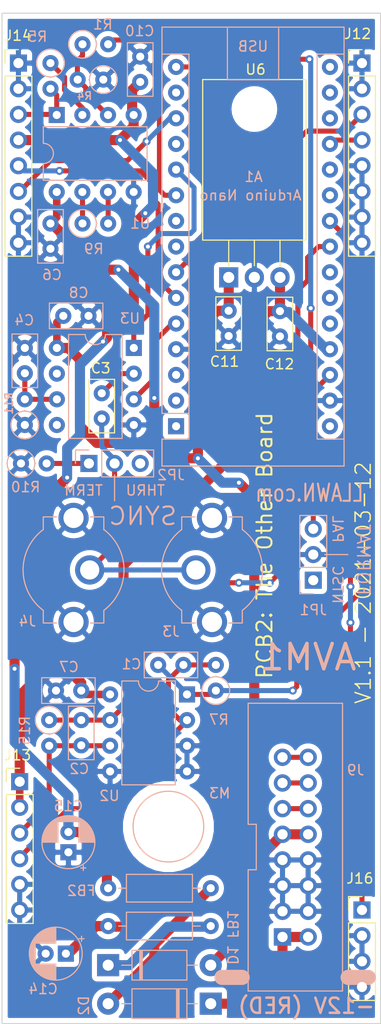
<source format=kicad_pcb>
(kicad_pcb (version 20171130) (host pcbnew "(5.1.2-1)-1")
  (layers (0 F.Cu signal) (31 B.Cu signal) (34 B.Paste user) (35 F.Paste user) (36 B.SilkS user) (37 F.SilkS user) (38 B.Mask user) (39 F.Mask user) (44 Edge.Cuts user))
  (net 0 "")
  (net 1 "Net-(A1-Pad16)")
  (net 2 "Net-(A1-Pad30)")
  (net 3 "Net-(A1-Pad14)")
  (net 4 GND)
  (net 5 "Net-(A1-Pad12)")
  (net 6 +5V)
  (net 7 C_SYNC)
  (net 8 "Net-(A1-Pad26)")
  (net 9 VIDEO)
  (net 10 "Net-(A1-Pad25)")
  (net 11 "Net-(A1-Pad9)")
  (net 12 "Net-(A1-Pad24)")
  (net 13 "Net-(A1-Pad8)")
  (net 14 Y_CV)
  (net 15 X_CV)
  (net 16 "Net-(A1-Pad21)")
  (net 17 V_SYNC)
  (net 18 "Net-(A1-Pad20)")
  (net 19 "Net-(A1-Pad3)")
  (net 20 "Net-(A1-Pad18)")
  (net 21 "Net-(A1-Pad2)")
  (net 22 "Net-(A1-Pad17)")
  (net 23 "Net-(A1-Pad1)")
  (net 24 +12V)
  (net 25 -12V)
  (net 26 "Net-(D1-Pad2)")
  (net 27 "Net-(D1-Pad1)")
  (net 28 "Net-(D2-Pad2)")
  (net 29 "Net-(D2-Pad1)")
  (net 30 "Net-(J9-Pad15)")
  (net 31 "Net-(J9-Pad13)")
  (net 32 "Net-(J9-Pad11)")
  (net 33 "Net-(R1-Pad1)")
  (net 34 "Net-(R9-Pad1)")
  (net 35 "Net-(R9-Pad2)")
  (net 36 "Net-(R5-Pad1)")
  (net 37 "Net-(C3-Pad2)")
  (net 38 "Net-(C3-Pad1)")
  (net 39 "Net-(C4-Pad2)")
  (net 40 "Net-(JP2-Pad3)")
  (net 41 "Net-(JP2-Pad1)")
  (net 42 "Net-(U3-Pad7)")
  (net 43 "Net-(U3-Pad5)")
  (net 44 "Net-(JP1-Pad1)")
  (net 45 "Net-(A1-Pad15)")
  (net 46 /back_C)
  (net 47 /back_D)
  (net 48 /back_B)
  (net 49 /back_E)
  (net 50 /back_G)
  (net 51 /back_F)
  (net 52 /back_A)
  (net 53 /back_H)
  (module jwm_kicad_footprints_misc:MountingHole_3.2mm_M3_9mm_cleared (layer B.Cu) (at 46.482 95.504)
    (fp_text reference M3 (at 5.08 -3.302) (layer B.SilkS) (effects (justify mirror)))
    (fp_text value MountingHole_3.2mm_M3_9mm_cleared)
    (pad "" np_thru_hole circle (at 0 0) (size 3.2 3.2) (drill 3.2) (layers *.Cu *.Mask) (clearance 2.9))
  )
  (module Connector_PinHeader_2.54mm:PinHeader_1x06_P2.54mm_Vertical (layer F.Cu) (at 31.75 91.059)
    (fp_text reference J13 (at -0.2032 -2.6162) (layer F.SilkS))
    (fp_text value Conn_01x06)
    (pad 6 thru_hole oval (at 0 12.7) (size 1.7 1.7) (drill 1) (layers *.Cu *.Mask) (net 4 GND))
    (pad 5 thru_hole oval (at 0 10.16) (size 1.7 1.7) (drill 1) (layers *.Cu *.Mask) (net 4 GND))
    (pad 4 thru_hole oval (at 0 7.62) (size 1.7 1.7) (drill 1) (layers *.Cu *.Mask) (net 50 /back_G))
    (pad 3 thru_hole oval (at 0 5.08) (size 1.7 1.7) (drill 1) (layers *.Cu *.Mask) (net 51 /back_F))
    (pad 2 thru_hole oval (at 0 2.54) (size 1.7 1.7) (drill 1) (layers *.Cu *.Mask) (net 6 +5V))
    (pad 1 thru_hole rect (at 0 0) (size 1.7 1.7) (drill 1) (layers *.Cu *.Mask) (net 6 +5V))
  )
  (module Connector_PinHeader_2.54mm:PinHeader_1x04_P2.54mm_Vertical (layer F.Cu) (at 65.659 103.759)
    (fp_text reference J16 (at -0.2032 -3.1242) (layer F.SilkS))
    (fp_text value Conn_01x04)
    (pad 4 thru_hole oval (at 0 7.62) (size 1.7 1.7) (drill 1) (layers *.Cu *.Mask) (net 4 GND))
    (pad 3 thru_hole oval (at 0 5.08) (size 1.7 1.7) (drill 1) (layers *.Cu *.Mask) (net 4 GND))
    (pad 2 thru_hole oval (at 0 2.54) (size 1.7 1.7) (drill 1) (layers *.Cu *.Mask) (net 4 GND))
    (pad 1 thru_hole rect (at 0 0) (size 1.7 1.7) (drill 1) (layers *.Cu *.Mask) (net 53 /back_H))
  )
  (module Connector_PinHeader_2.54mm:PinHeader_1x08_P2.54mm_Vertical (layer F.Cu) (at 31.623 19.939)
    (fp_text reference J14 (at -0.0254 -2.7178) (layer F.SilkS))
    (fp_text value Conn_01x08)
    (pad 8 thru_hole oval (at 0 17.78) (size 1.7 1.7) (drill 1) (layers *.Cu *.Mask) (net 4 GND))
    (pad 7 thru_hole oval (at 0 15.24) (size 1.7 1.7) (drill 1) (layers *.Cu *.Mask) (net 4 GND))
    (pad 6 thru_hole oval (at 0 12.7) (size 1.7 1.7) (drill 1) (layers *.Cu *.Mask) (net 46 /back_C))
    (pad 5 thru_hole oval (at 0 10.16) (size 1.7 1.7) (drill 1) (layers *.Cu *.Mask) (net 48 /back_B))
    (pad 4 thru_hole oval (at 0 7.62) (size 1.7 1.7) (drill 1) (layers *.Cu *.Mask) (net 25 -12V))
    (pad 3 thru_hole oval (at 0 5.08) (size 1.7 1.7) (drill 1) (layers *.Cu *.Mask) (net 52 /back_A))
    (pad 2 thru_hole oval (at 0 2.54) (size 1.7 1.7) (drill 1) (layers *.Cu *.Mask) (net 4 GND))
    (pad 1 thru_hole rect (at 0 0) (size 1.7 1.7) (drill 1) (layers *.Cu *.Mask) (net 4 GND))
  )
  (module Connector_PinHeader_2.54mm:PinHeader_1x08_P2.54mm_Vertical (layer F.Cu) (at 65.659 19.939)
    (fp_text reference J12 (at -0.4318 -2.8956) (layer F.SilkS))
    (fp_text value Conn_01x08)
    (pad 8 thru_hole oval (at 0 17.78) (size 1.7 1.7) (drill 1) (layers *.Cu *.Mask) (net 4 GND))
    (pad 7 thru_hole oval (at 0 15.24) (size 1.7 1.7) (drill 1) (layers *.Cu *.Mask) (net 4 GND))
    (pad 6 thru_hole oval (at 0 12.7) (size 1.7 1.7) (drill 1) (layers *.Cu *.Mask) (net 4 GND))
    (pad 5 thru_hole oval (at 0 10.16) (size 1.7 1.7) (drill 1) (layers *.Cu *.Mask) (net 4 GND))
    (pad 4 thru_hole oval (at 0 7.62) (size 1.7 1.7) (drill 1) (layers *.Cu *.Mask) (net 49 /back_E))
    (pad 3 thru_hole oval (at 0 5.08) (size 1.7 1.7) (drill 1) (layers *.Cu *.Mask) (net 47 /back_D))
    (pad 2 thru_hole oval (at 0 2.54) (size 1.7 1.7) (drill 1) (layers *.Cu *.Mask) (net 4 GND))
    (pad 1 thru_hole rect (at 0 0) (size 1.7 1.7) (drill 1) (layers *.Cu *.Mask) (net 4 GND))
  )
  (module Package_TO_SOT_THT:TO-220-3_Horizontal_TabDown (layer F.Cu) (at 52.457 41.148)
    (fp_text reference U6 (at 2.661 -20.574) (layer F.SilkS))
    (fp_text value L7805)
    (pad "" np_thru_hole oval (at 2.54 -16.66) (size 3.5 3.5) (drill 3.5) (layers *.Cu *.Mask))
    (pad 1 thru_hole rect (at 0 0) (size 1.905 2) (drill 1.1) (layers *.Cu *.Mask) (net 24 +12V))
    (pad 2 thru_hole oval (at 2.54 0) (size 1.905 2) (drill 1.1) (layers *.Cu *.Mask) (net 4 GND))
    (pad 3 thru_hole oval (at 5.08 0) (size 1.905 2) (drill 1.1) (layers *.Cu *.Mask) (net 6 +5V))
  )
  (module Connector_PinHeader_2.54mm:PinHeader_1x03_P2.54mm_Vertical (layer B.Cu) (at 60.833 71.12)
    (fp_text reference JP1 (at 0 2.9464) (layer B.SilkS) (effects (justify mirror)))
    (fp_text value pal_jumper)
    (pad 3 thru_hole oval (at 0 -5.08) (size 1.7 1.7) (drill 1) (layers *.Cu *.Mask) (net 45 "Net-(A1-Pad15)"))
    (pad 2 thru_hole oval (at 0 -2.54) (size 1.7 1.7) (drill 1) (layers *.Cu *.Mask) (net 4 GND))
    (pad 1 thru_hole rect (at 0 0) (size 1.7 1.7) (drill 1) (layers *.Cu *.Mask) (net 44 "Net-(JP1-Pad1)"))
  )
  (module Package_DIP:DIP-8_W7.62mm (layer B.Cu) (at 43.053 48.133 180)
    (fp_text reference U3 (at 0.381 2.921) (layer B.SilkS) (effects (justify mirror)))
    (fp_text value LM1881)
    (pad 8 thru_hole oval (at 7.62 0 180) (size 1.6 1.6) (drill 0.8) (layers *.Cu *.Mask) (net 6 +5V))
    (pad 4 thru_hole oval (at 0 -7.62 180) (size 1.6 1.6) (drill 0.8) (layers *.Cu *.Mask) (net 4 GND))
    (pad 7 thru_hole oval (at 7.62 -2.54 180) (size 1.6 1.6) (drill 0.8) (layers *.Cu *.Mask) (net 42 "Net-(U3-Pad7)"))
    (pad 3 thru_hole oval (at 0 -5.08 180) (size 1.6 1.6) (drill 0.8) (layers *.Cu *.Mask) (net 17 V_SYNC))
    (pad 6 thru_hole oval (at 7.62 -5.08 180) (size 1.6 1.6) (drill 0.8) (layers *.Cu *.Mask) (net 39 "Net-(C4-Pad2)"))
    (pad 2 thru_hole oval (at 0 -2.54 180) (size 1.6 1.6) (drill 0.8) (layers *.Cu *.Mask) (net 38 "Net-(C3-Pad1)"))
    (pad 5 thru_hole oval (at 7.62 -7.62 180) (size 1.6 1.6) (drill 0.8) (layers *.Cu *.Mask) (net 43 "Net-(U3-Pad5)"))
    (pad 1 thru_hole rect (at 0 0 180) (size 1.6 1.6) (drill 0.8) (layers *.Cu *.Mask) (net 7 C_SYNC))
  )
  (module Resistor_THT:R_Axial_DIN0207_L6.3mm_D2.5mm_P2.54mm_Vertical (layer B.Cu) (at 32.258 55.753 90)
    (fp_text reference R11 (at 2.1336 -1.5748 90) (layer B.SilkS) (effects (font (size 0.75 0.75)) (justify mirror)))
    (fp_text value 680K)
    (pad 2 thru_hole oval (at 2.54 0 90) (size 1.6 1.6) (drill 0.8) (layers *.Cu *.Mask) (net 39 "Net-(C4-Pad2)"))
    (pad 1 thru_hole circle (at 0 0 90) (size 1.6 1.6) (drill 0.8) (layers *.Cu *.Mask) (net 4 GND))
  )
  (module Resistor_THT:R_Axial_DIN0207_L6.3mm_D2.5mm_P2.54mm_Vertical (layer B.Cu) (at 31.877 59.563)
    (fp_text reference R10 (at 0.4572 2.3368) (layer B.SilkS) (effects (justify mirror)))
    (fp_text value 75R)
    (pad 2 thru_hole oval (at 2.54 0) (size 1.6 1.6) (drill 0.8) (layers *.Cu *.Mask) (net 41 "Net-(JP2-Pad1)"))
    (pad 1 thru_hole circle (at 0 0) (size 1.6 1.6) (drill 0.8) (layers *.Cu *.Mask) (net 4 GND))
  )
  (module Connector_PinHeader_2.54mm:PinHeader_1x03_P2.54mm_Vertical (layer B.Cu) (at 38.608 59.563 270)
    (fp_text reference JP2 (at 1.143 -8.128 180) (layer B.SilkS) (effects (justify mirror)))
    (fp_text value sync_term_jumper)
    (pad 3 thru_hole oval (at 0 -5.08 270) (size 1.7 1.7) (drill 1) (layers *.Cu *.Mask) (net 40 "Net-(JP2-Pad3)"))
    (pad 2 thru_hole oval (at 0 -2.54 270) (size 1.7 1.7) (drill 1) (layers *.Cu *.Mask) (net 37 "Net-(C3-Pad2)"))
    (pad 1 thru_hole rect (at 0 0 270) (size 1.7 1.7) (drill 1) (layers *.Cu *.Mask) (net 41 "Net-(JP2-Pad1)"))
  )
  (module jwm_kicad_footprints_misc:RCA-Phono_CUI-Devices_RCJ-02X_Vertical (layer B.Cu) (at 37.084 70.104 90)
    (fp_text reference J4 (at -5.08 -4.572 180) (layer B.SilkS) (effects (justify mirror)))
    (fp_text value Conn_Coaxial)
    (pad 1 thru_hole circle (at 0 1.6 90) (size 2.899999 2.899999) (drill 1.9) (layers *.Cu *.Mask) (net 37 "Net-(C3-Pad2)"))
    (pad 2 thru_hole circle (at -5.15 0 90) (size 2.999999 2.999999) (drill 2) (layers *.Cu *.Mask) (net 4 GND))
    (pad 2 thru_hole circle (at 5.15 0 90) (size 2.999999 2.999999) (drill 2) (layers *.Cu *.Mask) (net 4 GND))
  )
  (module jwm_kicad_footprints_misc:RCA-Phono_CUI-Devices_RCJ-02X_Vertical (layer B.Cu) (at 50.8 70.104 270)
    (fp_text reference J3 (at 6.096 4.064 180) (layer B.SilkS) (effects (justify mirror)))
    (fp_text value Conn_Coaxial)
    (pad 1 thru_hole circle (at 0 1.6 270) (size 2.899999 2.899999) (drill 1.9) (layers *.Cu *.Mask) (net 37 "Net-(C3-Pad2)"))
    (pad 2 thru_hole circle (at -5.15 0 270) (size 2.999999 2.999999) (drill 2) (layers *.Cu *.Mask) (net 4 GND))
    (pad 2 thru_hole circle (at 5.15 0 270) (size 2.999999 2.999999) (drill 2) (layers *.Cu *.Mask) (net 4 GND))
  )
  (module jwm_kicad_footprints_misc:C_Disc_D5.0mm_W2.5mm_P2.50mm_LZX (layer B.Cu) (at 36.068 44.958)
    (fp_text reference C8 (at 1.524 -2.286) (layer B.SilkS) (effects (justify mirror)))
    (fp_text value 100nF hide)
    (pad 2 thru_hole circle (at 2.5 0) (size 1.6 1.6) (drill 0.8) (layers *.Cu *.Mask) (net 4 GND))
    (pad 1 thru_hole circle (at 0 0) (size 1.6 1.6) (drill 0.8) (layers *.Cu *.Mask) (net 6 +5V))
  )
  (module jwm_kicad_footprints_misc:C_Disc_D5.0mm_W2.5mm_P2.50mm_LZX (layer B.Cu) (at 32.258 48.133 270)
    (fp_text reference C4 (at -2.7432 0.0508 180) (layer B.SilkS) (effects (justify mirror)))
    (fp_text value 100nf hide)
    (pad 2 thru_hole circle (at 2.5 0 270) (size 1.6 1.6) (drill 0.8) (layers *.Cu *.Mask) (net 39 "Net-(C4-Pad2)"))
    (pad 1 thru_hole circle (at 0 0 270) (size 1.6 1.6) (drill 0.8) (layers *.Cu *.Mask) (net 4 GND))
  )
  (module jwm_kicad_footprints_misc:C_Disc_D5.0mm_W2.5mm_P2.50mm_LZX (layer F.Cu) (at 39.878 52.618 270)
    (fp_text reference C3 (at -2.4784 0.1016 180) (layer F.SilkS))
    (fp_text value 100nf hide)
    (pad 2 thru_hole circle (at 2.5 0 270) (size 1.6 1.6) (drill 0.8) (layers *.Cu *.Mask) (net 37 "Net-(C3-Pad2)"))
    (pad 1 thru_hole circle (at 0 0 270) (size 1.6 1.6) (drill 0.8) (layers *.Cu *.Mask) (net 38 "Net-(C3-Pad1)"))
  )
  (module Resistor_THT:R_Axial_DIN0207_L6.3mm_D2.5mm_P2.54mm_Vertical (layer B.Cu) (at 37.973 35.814)
    (fp_text reference R9 (at 1.1176 2.5146 180) (layer B.SilkS) (effects (justify mirror)))
    (fp_text value 1K)
    (pad 2 thru_hole oval (at 2.54 0) (size 1.6 1.6) (drill 0.8) (layers *.Cu *.Mask) (net 35 "Net-(R9-Pad2)"))
    (pad 1 thru_hole circle (at 0 0) (size 1.6 1.6) (drill 0.8) (layers *.Cu *.Mask) (net 34 "Net-(R9-Pad1)"))
  )
  (module Resistor_THT:R_Axial_DIN0207_L6.3mm_D2.5mm_P2.54mm_Vertical (layer B.Cu) (at 34.671 84.963 270)
    (fp_text reference R15 (at 1.0414 2.413 270) (layer B.SilkS) (effects (justify mirror)))
    (fp_text value 100K)
    (pad 2 thru_hole oval (at 2.54 0 270) (size 1.6 1.6) (drill 0.8) (layers *.Cu *.Mask) (net 51 /back_F))
    (pad 1 thru_hole circle (at 0 0 270) (size 1.6 1.6) (drill 0.8) (layers *.Cu *.Mask) (net 14 Y_CV))
  )
  (module Resistor_THT:R_Axial_DIN0207_L6.3mm_D2.5mm_P2.54mm_Vertical (layer B.Cu) (at 51.181 82.042 90)
    (fp_text reference R7 (at -2.8702 0.3048) (layer B.SilkS) (effects (justify mirror)))
    (fp_text value 100K)
    (pad 2 thru_hole oval (at 2.54 0 90) (size 1.6 1.6) (drill 0.8) (layers *.Cu *.Mask) (net 50 /back_G))
    (pad 1 thru_hole circle (at 0 0 90) (size 1.6 1.6) (drill 0.8) (layers *.Cu *.Mask) (net 15 X_CV))
  )
  (module Resistor_THT:R_Axial_DIN0207_L6.3mm_D2.5mm_P2.54mm_Vertical (layer B.Cu) (at 34.798 19.939 270)
    (fp_text reference R5 (at -2.6162 1.2954) (layer B.SilkS) (effects (justify mirror)))
    (fp_text value 1K)
    (pad 2 thru_hole oval (at 2.54 0 270) (size 1.6 1.6) (drill 0.8) (layers *.Cu *.Mask) (net 52 /back_A))
    (pad 1 thru_hole circle (at 0 0 270) (size 1.6 1.6) (drill 0.8) (layers *.Cu *.Mask) (net 36 "Net-(R5-Pad1)"))
  )
  (module Resistor_THT:R_Axial_DIN0207_L6.3mm_D2.5mm_P2.54mm_Vertical (layer B.Cu) (at 40.033 21.574 180)
    (fp_text reference R4 (at 1.8568 -1.6162 180) (layer B.SilkS) (effects (font (size 0.75 0.75)) (justify mirror)))
    (fp_text value 1K)
    (pad 2 thru_hole oval (at 2.54 0 180) (size 1.6 1.6) (drill 0.8) (layers *.Cu *.Mask) (net 33 "Net-(R1-Pad1)"))
    (pad 1 thru_hole circle (at 0 0 180) (size 1.6 1.6) (drill 0.8) (layers *.Cu *.Mask) (net 4 GND))
  )
  (module Resistor_THT:R_Axial_DIN0207_L6.3mm_D2.5mm_P2.54mm_Vertical (layer B.Cu) (at 37.973 18.074)
    (fp_text reference R1 (at 2.0066 -1.9704) (layer B.SilkS) (effects (justify mirror)))
    (fp_text value 3.92K)
    (pad 2 thru_hole oval (at 2.54 0) (size 1.6 1.6) (drill 0.8) (layers *.Cu *.Mask) (net 9 VIDEO))
    (pad 1 thru_hole circle (at 0 0) (size 1.6 1.6) (drill 0.8) (layers *.Cu *.Mask) (net 33 "Net-(R1-Pad1)"))
  )
  (module jwm_kicad_footprints_misc:C_Disc_D5.0mm_W2.5mm_P2.50mm_LZX (layer B.Cu) (at 37.846 84.963 270)
    (fp_text reference C2 (at 4.826 0.1905 180) (layer B.SilkS) (effects (justify mirror)))
    (fp_text value 10nf hide)
    (pad 2 thru_hole circle (at 2.5 0 270) (size 1.6 1.6) (drill 0.8) (layers *.Cu *.Mask) (net 51 /back_F))
    (pad 1 thru_hole circle (at 0 0 270) (size 1.6 1.6) (drill 0.8) (layers *.Cu *.Mask) (net 14 Y_CV))
  )
  (module jwm_kicad_footprints_misc:C_Disc_D5.0mm_W2.5mm_P2.50mm_LZX (layer B.Cu) (at 45.466 79.502)
    (fp_text reference C1 (at -2.6416 -0.0762) (layer B.SilkS) (effects (justify mirror)))
    (fp_text value 10nf hide)
    (pad 2 thru_hole circle (at 2.5 0) (size 1.6 1.6) (drill 0.8) (layers *.Cu *.Mask) (net 50 /back_G))
    (pad 1 thru_hole circle (at 0 0) (size 1.6 1.6) (drill 0.8) (layers *.Cu *.Mask) (net 15 X_CV))
  )
  (module Package_DIP:DIP-8_W7.62mm (layer B.Cu) (at 48.3235 82.423 180)
    (fp_text reference U2 (at 7.6835 -10.033) (layer B.SilkS) (effects (justify mirror)))
    (fp_text value MCP6002-xP)
    (pad 8 thru_hole oval (at 7.62 0 180) (size 1.6 1.6) (drill 0.8) (layers *.Cu *.Mask) (net 6 +5V))
    (pad 4 thru_hole oval (at 0 -7.62 180) (size 1.6 1.6) (drill 0.8) (layers *.Cu *.Mask) (net 4 GND))
    (pad 7 thru_hole oval (at 7.62 -2.54 180) (size 1.6 1.6) (drill 0.8) (layers *.Cu *.Mask) (net 14 Y_CV))
    (pad 3 thru_hole oval (at 0 -5.08 180) (size 1.6 1.6) (drill 0.8) (layers *.Cu *.Mask) (net 4 GND))
    (pad 6 thru_hole oval (at 7.62 -5.08 180) (size 1.6 1.6) (drill 0.8) (layers *.Cu *.Mask) (net 51 /back_F))
    (pad 2 thru_hole oval (at 0 -2.54 180) (size 1.6 1.6) (drill 0.8) (layers *.Cu *.Mask) (net 50 /back_G))
    (pad 5 thru_hole oval (at 7.62 -7.62 180) (size 1.6 1.6) (drill 0.8) (layers *.Cu *.Mask) (net 4 GND))
    (pad 1 thru_hole rect (at 0 0 180) (size 1.6 1.6) (drill 0.8) (layers *.Cu *.Mask) (net 15 X_CV))
  )
  (module Package_DIP:DIP-8_W7.62mm (layer B.Cu) (at 35.418 25.074 270)
    (fp_text reference U1 (at 10.74 -8.27 180) (layer B.SilkS) (effects (justify mirror)))
    (fp_text value LM6172)
    (pad 8 thru_hole oval (at 7.62 0 270) (size 1.6 1.6) (drill 0.8) (layers *.Cu *.Mask) (net 24 +12V))
    (pad 4 thru_hole oval (at 0 -7.62 270) (size 1.6 1.6) (drill 0.8) (layers *.Cu *.Mask) (net 25 -12V))
    (pad 7 thru_hole oval (at 7.62 -2.54 270) (size 1.6 1.6) (drill 0.8) (layers *.Cu *.Mask) (net 34 "Net-(R9-Pad1)"))
    (pad 3 thru_hole oval (at 0 -5.08 270) (size 1.6 1.6) (drill 0.8) (layers *.Cu *.Mask) (net 33 "Net-(R1-Pad1)"))
    (pad 6 thru_hole oval (at 7.62 -5.08 270) (size 1.6 1.6) (drill 0.8) (layers *.Cu *.Mask) (net 35 "Net-(R9-Pad2)"))
    (pad 2 thru_hole oval (at 0 -2.54 270) (size 1.6 1.6) (drill 0.8) (layers *.Cu *.Mask) (net 36 "Net-(R5-Pad1)"))
    (pad 5 thru_hole oval (at 7.62 -7.62 270) (size 1.6 1.6) (drill 0.8) (layers *.Cu *.Mask) (net 4 GND))
    (pad 1 thru_hole rect (at 0 0 270) (size 1.6 1.6) (drill 0.8) (layers *.Cu *.Mask) (net 52 /back_A))
  )
  (module jwm_kicad_footprints_misc:IDC-Header_2x08_P2.54mm_Vertical_EurorackPower (layer B.Cu) (at 57.785 106.426 180)
    (fp_text reference J9 (at -7.239 16.51 180) (layer B.SilkS) (effects (justify mirror)))
    (fp_text value Eurorack_Header_LZX)
    (fp_text user "-12V (RED)" (at -2.363 -6.824) (layer B.SilkS) (effects (font (size 1.5 1.5) (thickness 0.25)) (justify mirror)))
    (pad 16 thru_hole oval (at -2.54 17.78) (size 1.7272 1.7272) (drill 1.016) (layers *.Cu *.Mask) (net 30 "Net-(J9-Pad15)"))
    (pad 15 thru_hole oval (at 0 17.78) (size 1.7272 1.7272) (drill 1.016) (layers *.Cu *.Mask) (net 30 "Net-(J9-Pad15)"))
    (pad 14 thru_hole oval (at -2.54 15.24) (size 1.7272 1.7272) (drill 1.016) (layers *.Cu *.Mask) (net 31 "Net-(J9-Pad13)"))
    (pad 13 thru_hole oval (at 0 15.24) (size 1.7272 1.7272) (drill 1.016) (layers *.Cu *.Mask) (net 31 "Net-(J9-Pad13)"))
    (pad 12 thru_hole oval (at -2.54 12.7) (size 1.7272 1.7272) (drill 1.016) (layers *.Cu *.Mask) (net 32 "Net-(J9-Pad11)"))
    (pad 11 thru_hole oval (at 0 12.7) (size 1.7272 1.7272) (drill 1.016) (layers *.Cu *.Mask) (net 32 "Net-(J9-Pad11)"))
    (pad 10 thru_hole oval (at -2.54 10.16) (size 1.7272 1.7272) (drill 1.016) (layers *.Cu *.Mask) (net 26 "Net-(D1-Pad2)"))
    (pad 9 thru_hole oval (at 0 10.16) (size 1.7272 1.7272) (drill 1.016) (layers *.Cu *.Mask) (net 26 "Net-(D1-Pad2)"))
    (pad 8 thru_hole oval (at -2.54 7.62) (size 1.7272 1.7272) (drill 1.016) (layers *.Cu *.Mask) (net 4 GND))
    (pad 7 thru_hole oval (at 0 7.62) (size 1.7272 1.7272) (drill 1.016) (layers *.Cu *.Mask) (net 4 GND))
    (pad 6 thru_hole oval (at -2.54 5.08) (size 1.7272 1.7272) (drill 1.016) (layers *.Cu *.Mask) (net 4 GND))
    (pad 5 thru_hole oval (at 0 5.08) (size 1.7272 1.7272) (drill 1.016) (layers *.Cu *.Mask) (net 4 GND))
    (pad 4 thru_hole oval (at -2.54 2.54) (size 1.7272 1.7272) (drill 1.016) (layers *.Cu *.Mask) (net 4 GND))
    (pad 3 thru_hole oval (at 0 2.54) (size 1.7272 1.7272) (drill 1.016) (layers *.Cu *.Mask) (net 4 GND))
    (pad 2 thru_hole oval (at -2.54 0) (size 1.7272 1.7272) (drill 1.016) (layers *.Cu *.Mask) (net 29 "Net-(D2-Pad1)"))
    (pad 1 thru_hole rect (at 0 0) (size 1.7272 1.7272) (drill 1.016) (layers *.Cu *.Mask) (net 29 "Net-(D2-Pad1)"))
  )
  (module Resistor_THT:R_Axial_DIN0207_L6.3mm_D2.5mm_P10.16mm_Horizontal (layer B.Cu) (at 40.513 101.6)
    (fp_text reference FB2 (at -2.667 0.254) (layer B.SilkS) (effects (justify mirror)))
    (fp_text value 68R)
    (pad 2 thru_hole oval (at 10.16 0) (size 1.6 1.6) (drill 0.8) (layers *.Cu *.Mask) (net 28 "Net-(D2-Pad2)"))
    (pad 1 thru_hole circle (at 0 0) (size 1.6 1.6) (drill 0.8) (layers *.Cu *.Mask) (net 25 -12V))
  )
  (module Resistor_THT:R_Axial_DIN0207_L6.3mm_D2.5mm_P10.16mm_Horizontal (layer B.Cu) (at 40.513 105.3465)
    (fp_text reference FB1 (at 12.319 -0.1905 270 unlocked) (layer B.SilkS) (effects (justify mirror)))
    (fp_text value 68R)
    (pad 2 thru_hole oval (at 10.16 0) (size 1.6 1.6) (drill 0.8) (layers *.Cu *.Mask) (net 27 "Net-(D1-Pad1)"))
    (pad 1 thru_hole circle (at 0 0) (size 1.6 1.6) (drill 0.8) (layers *.Cu *.Mask) (net 24 +12V))
  )
  (module Diode_THT:D_DO-41_SOD81_P10.16mm_Horizontal (layer B.Cu) (at 50.673 113.03 180)
    (fp_text reference D2 (at 12.573 -0.1905 90) (layer B.SilkS) (effects (justify mirror)))
    (fp_text value 1N4001)
    (pad 2 thru_hole oval (at 10.16 0 180) (size 2.2 2.2) (drill 1.1) (layers *.Cu *.Mask) (net 28 "Net-(D2-Pad2)"))
    (pad 1 thru_hole rect (at 0 0 180) (size 2.2 2.2) (drill 1.1) (layers *.Cu *.Mask) (net 29 "Net-(D2-Pad1)"))
  )
  (module Diode_THT:D_DO-41_SOD81_P10.16mm_Horizontal (layer B.Cu) (at 40.513 109.22)
    (fp_text reference D1 (at 12.319 -1.016 270 unlocked) (layer B.SilkS) (effects (justify mirror)))
    (fp_text value 1N4001)
    (pad 2 thru_hole oval (at 10.16 0) (size 2.2 2.2) (drill 1.1) (layers *.Cu *.Mask) (net 26 "Net-(D1-Pad2)"))
    (pad 1 thru_hole rect (at 0 0) (size 2.2 2.2) (drill 1.1) (layers *.Cu *.Mask) (net 27 "Net-(D1-Pad1)"))
  )
  (module Capacitor_THT:CP_Radial_D5.0mm_P2.00mm (layer B.Cu) (at 36.576 98.044 90)
    (fp_text reference C15 (at 4.572 0 180) (layer B.SilkS) (effects (justify mirror)))
    (fp_text value "10uF 25V")
    (pad 2 thru_hole circle (at 2 0 90) (size 1.6 1.6) (drill 0.8) (layers *.Cu *.Mask) (net 25 -12V))
    (pad 1 thru_hole rect (at 0 0 90) (size 1.6 1.6) (drill 0.8) (layers *.Cu *.Mask) (net 4 GND))
  )
  (module Capacitor_THT:CP_Radial_D5.0mm_P2.00mm (layer B.Cu) (at 36.322 108.077 180)
    (fp_text reference C14 (at 2.25 -3.5) (layer B.SilkS) (effects (justify mirror)))
    (fp_text value "10uF 25V")
    (pad 2 thru_hole circle (at 2 0 180) (size 1.6 1.6) (drill 0.8) (layers *.Cu *.Mask) (net 4 GND))
    (pad 1 thru_hole rect (at 0 0 180) (size 1.6 1.6) (drill 0.8) (layers *.Cu *.Mask) (net 24 +12V))
  )
  (module jwm_kicad_footprints_misc:C_Disc_D5.0mm_W2.5mm_P2.50mm_LZX (layer F.Cu) (at 57.531 44.49 270)
    (fp_text reference C12 (at 5.2432 0.0508 180) (layer F.SilkS))
    (fp_text value 100nF hide)
    (pad 2 thru_hole circle (at 2.5 0 270) (size 1.6 1.6) (drill 0.8) (layers *.Cu *.Mask) (net 4 GND))
    (pad 1 thru_hole circle (at 0 0 270) (size 1.6 1.6) (drill 0.8) (layers *.Cu *.Mask) (net 6 +5V))
  )
  (module jwm_kicad_footprints_misc:C_Disc_D5.0mm_W2.5mm_P2.50mm_LZX (layer F.Cu) (at 52.451 44.45 270)
    (fp_text reference C11 (at 5.0292 0.4064 unlocked) (layer F.SilkS))
    (fp_text value 330nF hide)
    (pad 2 thru_hole circle (at 2.5 0 270) (size 1.6 1.6) (drill 0.8) (layers *.Cu *.Mask) (net 4 GND))
    (pad 1 thru_hole circle (at 0 0 270) (size 1.6 1.6) (drill 0.8) (layers *.Cu *.Mask) (net 24 +12V))
  )
  (module jwm_kicad_footprints_misc:C_Disc_D5.0mm_W2.5mm_P2.50mm_LZX (layer B.Cu) (at 43.688 19.304 270)
    (fp_text reference C10 (at -2.54 0.0508 180) (layer B.SilkS) (effects (justify mirror)))
    (fp_text value 100nF hide)
    (pad 2 thru_hole circle (at 2.5 0 270) (size 1.6 1.6) (drill 0.8) (layers *.Cu *.Mask) (net 25 -12V))
    (pad 1 thru_hole circle (at 0 0 270) (size 1.6 1.6) (drill 0.8) (layers *.Cu *.Mask) (net 4 GND))
  )
  (module jwm_kicad_footprints_misc:C_Disc_D5.0mm_W2.5mm_P2.50mm_LZX (layer B.Cu) (at 37.846 82.042 180)
    (fp_text reference C7 (at 1.2192 2.3368 180) (layer B.SilkS) (effects (justify mirror)))
    (fp_text value 100nF hide)
    (pad 2 thru_hole circle (at 2.5 0 180) (size 1.6 1.6) (drill 0.8) (layers *.Cu *.Mask) (net 4 GND))
    (pad 1 thru_hole circle (at 0 0 180) (size 1.6 1.6) (drill 0.8) (layers *.Cu *.Mask) (net 6 +5V))
  )
  (module jwm_kicad_footprints_misc:C_Disc_D5.0mm_W2.5mm_P2.50mm_LZX (layer B.Cu) (at 34.798 35.814 270)
    (fp_text reference C6 (at 5.08 -0.1524) (layer B.SilkS) (effects (justify mirror)))
    (fp_text value 100nF hide)
    (pad 2 thru_hole circle (at 2.5 0 270) (size 1.6 1.6) (drill 0.8) (layers *.Cu *.Mask) (net 4 GND))
    (pad 1 thru_hole circle (at 0 0 270) (size 1.6 1.6) (drill 0.8) (layers *.Cu *.Mask) (net 24 +12V))
  )
  (module Module:Arduino_Nano (layer B.Cu) (at 47.244 55.88)
    (fp_text reference A1 (at 7.6708 -24.6888) (layer B.SilkS) (effects (justify mirror)))
    (fp_text value Arduino_Nano_v3.x)
    (pad 16 thru_hole oval (at 15.24 -35.56) (size 1.6 1.6) (drill 0.8) (layers *.Cu *.Mask) (net 1 "Net-(A1-Pad16)"))
    (pad 15 thru_hole oval (at 0 -35.56) (size 1.6 1.6) (drill 0.8) (layers *.Cu *.Mask) (net 45 "Net-(A1-Pad15)"))
    (pad 30 thru_hole oval (at 15.24 0) (size 1.6 1.6) (drill 0.8) (layers *.Cu *.Mask) (net 2 "Net-(A1-Pad30)"))
    (pad 14 thru_hole oval (at 0 -33.02) (size 1.6 1.6) (drill 0.8) (layers *.Cu *.Mask) (net 3 "Net-(A1-Pad14)"))
    (pad 29 thru_hole oval (at 15.24 -2.54) (size 1.6 1.6) (drill 0.8) (layers *.Cu *.Mask) (net 4 GND))
    (pad 13 thru_hole oval (at 0 -30.48) (size 1.6 1.6) (drill 0.8) (layers *.Cu *.Mask) (net 46 /back_C))
    (pad 28 thru_hole oval (at 15.24 -5.08) (size 1.6 1.6) (drill 0.8) (layers *.Cu *.Mask) (net 53 /back_H))
    (pad 12 thru_hole oval (at 0 -27.94) (size 1.6 1.6) (drill 0.8) (layers *.Cu *.Mask) (net 5 "Net-(A1-Pad12)"))
    (pad 27 thru_hole oval (at 15.24 -7.62) (size 1.6 1.6) (drill 0.8) (layers *.Cu *.Mask) (net 6 +5V))
    (pad 11 thru_hole oval (at 0 -25.4) (size 1.6 1.6) (drill 0.8) (layers *.Cu *.Mask) (net 7 C_SYNC))
    (pad 26 thru_hole oval (at 15.24 -10.16) (size 1.6 1.6) (drill 0.8) (layers *.Cu *.Mask) (net 8 "Net-(A1-Pad26)"))
    (pad 10 thru_hole oval (at 0 -22.86) (size 1.6 1.6) (drill 0.8) (layers *.Cu *.Mask) (net 9 VIDEO))
    (pad 25 thru_hole oval (at 15.24 -12.7) (size 1.6 1.6) (drill 0.8) (layers *.Cu *.Mask) (net 10 "Net-(A1-Pad25)"))
    (pad 9 thru_hole oval (at 0 -20.32) (size 1.6 1.6) (drill 0.8) (layers *.Cu *.Mask) (net 11 "Net-(A1-Pad9)"))
    (pad 24 thru_hole oval (at 15.24 -15.24) (size 1.6 1.6) (drill 0.8) (layers *.Cu *.Mask) (net 12 "Net-(A1-Pad24)"))
    (pad 8 thru_hole oval (at 0 -17.78) (size 1.6 1.6) (drill 0.8) (layers *.Cu *.Mask) (net 13 "Net-(A1-Pad8)"))
    (pad 23 thru_hole oval (at 15.24 -17.78) (size 1.6 1.6) (drill 0.8) (layers *.Cu *.Mask) (net 14 Y_CV))
    (pad 7 thru_hole oval (at 0 -15.24) (size 1.6 1.6) (drill 0.8) (layers *.Cu *.Mask) (net 47 /back_D))
    (pad 22 thru_hole oval (at 15.24 -20.32) (size 1.6 1.6) (drill 0.8) (layers *.Cu *.Mask) (net 15 X_CV))
    (pad 6 thru_hole oval (at 0 -12.7) (size 1.6 1.6) (drill 0.8) (layers *.Cu *.Mask) (net 48 /back_B))
    (pad 21 thru_hole oval (at 15.24 -22.86) (size 1.6 1.6) (drill 0.8) (layers *.Cu *.Mask) (net 16 "Net-(A1-Pad21)"))
    (pad 5 thru_hole oval (at 0 -10.16) (size 1.6 1.6) (drill 0.8) (layers *.Cu *.Mask) (net 17 V_SYNC))
    (pad 20 thru_hole oval (at 15.24 -25.4) (size 1.6 1.6) (drill 0.8) (layers *.Cu *.Mask) (net 18 "Net-(A1-Pad20)"))
    (pad 4 thru_hole oval (at 0 -7.62) (size 1.6 1.6) (drill 0.8) (layers *.Cu *.Mask) (net 4 GND))
    (pad 19 thru_hole oval (at 15.24 -27.94) (size 1.6 1.6) (drill 0.8) (layers *.Cu *.Mask) (net 49 /back_E))
    (pad 3 thru_hole oval (at 0 -5.08) (size 1.6 1.6) (drill 0.8) (layers *.Cu *.Mask) (net 19 "Net-(A1-Pad3)"))
    (pad 18 thru_hole oval (at 15.24 -30.48) (size 1.6 1.6) (drill 0.8) (layers *.Cu *.Mask) (net 20 "Net-(A1-Pad18)"))
    (pad 2 thru_hole oval (at 0 -2.54) (size 1.6 1.6) (drill 0.8) (layers *.Cu *.Mask) (net 21 "Net-(A1-Pad2)"))
    (pad 17 thru_hole oval (at 15.24 -33.02) (size 1.6 1.6) (drill 0.8) (layers *.Cu *.Mask) (net 22 "Net-(A1-Pad17)"))
    (pad 1 thru_hole rect (at 0 0) (size 1.6 1.6) (drill 0.8) (layers *.Cu *.Mask) (net 23 "Net-(A1-Pad1)"))
  )
  (gr_text USB (at 54.864 18.288) (layer B.SilkS) (effects (font (size 1 1)) (justify mirror)))
  (gr_line (start 57.404 21.59) (end 57.404 16.51) (layer B.SilkS) (width 0.12))
  (gr_line (start 52.324 21.59) (end 52.324 16.51) (layer B.SilkS) (width 0.12))
  (gr_line (start 57.404 21.59) (end 52.324 21.59) (layer B.SilkS) (width 0.12))
  (gr_line (start 64.262 68.58) (end 61.976 68.58) (layer B.SilkS) (width 0.12))
  (gr_line (start 41.148 63.246) (end 41.148 60.706) (layer B.SilkS) (width 0.12))
  (gr_text SYNC (at 43.942 64.77) (layer B.SilkS) (effects (font (size 1.75 1.75) (thickness 0.2)) (justify mirror)))
  (gr_text FORMAT (at 65.786 69.088 270) (layer B.SilkS) (effects (font (size 1.25 1.25)) (justify mirror)))
  (gr_text "NTSC   PAL" (at 63.246 69.088 270) (layer B.SilkS) (effects (font (size 1 1)) (justify mirror)))
  (gr_text "THRU   TERM" (at 41.148 62.23) (layer B.SilkS) (effects (font (size 1 1)) (justify mirror)))
  (gr_text "Arduino Nano" (at 54.61 33.02) (layer B.SilkS) (effects (font (size 1 1)) (justify mirror)))
  (gr_text "V1.1 — 2021-03-12" (at 65.786 71.374 90) (layer F.SilkS) (effects (font (size 1.5 1.5))))
  (gr_text "PCB2: The Other Board" (at 56.007 67.691 90) (layer F.SilkS) (effects (font (size 1.5 1.5) (thickness 0.2))))
  (gr_text AVM1 (at 60.325 78.74) (layer B.SilkS) (effects (font (size 2.5 2.5) (thickness 0.35)) (justify mirror)))
  (gr_text LLAWN.com (at 60.452 62.484) (layer B.SilkS) (effects (font (size 1.7 1.3) (thickness 0.2)) (justify mirror)))
  (gr_line (start 67.5 115) (end 67.5 15) (layer Edge.Cuts) (width 0.1))
  (gr_line (start 30 115) (end 67.5 115) (layer Edge.Cuts) (width 0.1))
  (gr_line (start 30 15) (end 30 115) (layer Edge.Cuts) (width 0.1))
  (gr_line (start 67.5 15) (end 30 15) (layer Edge.Cuts) (width 0.1))
  (segment (start 31.75 93.599) (end 31.75 91.059) (width 0.75) (layer F.Cu) (net 6))
  (segment (start 57.537 43.148) (end 57.531 43.154) (width 1) (layer F.Cu) (net 6))
  (segment (start 57.537 41.148) (end 57.537 43.148) (width 1) (layer F.Cu) (net 6))
  (segment (start 57.531 43.154) (end 57.531 44.577) (width 1) (layer F.Cu) (net 6))
  (segment (start 40.7035 82.423) (end 38.1 82.423) (width 0.75) (layer F.Cu) (net 6))
  (segment (start 38.1 82.423) (end 37.846 82.169) (width 0.75) (layer F.Cu) (net 6))
  (segment (start 62.484 48.26) (end 62.103 48.26) (width 1) (layer B.Cu) (net 6))
  (segment (start 58.42 44.577) (end 57.531 44.577) (width 1) (layer B.Cu) (net 6))
  (segment (start 31.75 91.059) (end 31.75 82.55) (width 1) (layer F.Cu) (net 6))
  (segment (start 31.75 82.55) (end 34.417 79.883) (width 1) (layer F.Cu) (net 6))
  (segment (start 34.417 79.883) (end 36.449 79.883) (width 1) (layer F.Cu) (net 6))
  (segment (start 36.449 79.883) (end 37.846 81.28) (width 1) (layer F.Cu) (net 6))
  (segment (start 37.846 81.28) (end 37.846 82.169) (width 1) (layer F.Cu) (net 6))
  (segment (start 56.39963 44.49) (end 55.372 45.51763) (width 1) (layer F.Cu) (net 6))
  (segment (start 57.531 44.49) (end 56.39963 44.49) (width 1) (layer F.Cu) (net 6))
  (segment (start 55.372 45.51763) (end 55.372 56.261) (width 1) (layer F.Cu) (net 6))
  (segment (start 42.037 74.295) (end 36.449 79.883) (width 1) (layer F.Cu) (net 6))
  (segment (start 42.037 69.596) (end 42.037 74.295) (width 1) (layer F.Cu) (net 6))
  (segment (start 35.433 48.133) (end 35.433 45.593) (width 0.75) (layer F.Cu) (net 6))
  (segment (start 35.433 45.593) (end 36.068 44.958) (width 0.75) (layer F.Cu) (net 6))
  (segment (start 55.372 56.261) (end 49.5935 62.0395) (width 1) (layer F.Cu) (net 6))
  (segment (start 48.7045 62.9285) (end 42.037 69.596) (width 1) (layer F.Cu) (net 6))
  (segment (start 62.103 48.26) (end 58.42 44.577) (width 1) (layer B.Cu) (net 6))
  (segment (start 49.0855 62.46657) (end 49.0855 62.5475) (width 1) (layer F.Cu) (net 6))
  (segment (start 44.14993 57.531) (end 49.0855 62.46657) (width 1) (layer F.Cu) (net 6))
  (segment (start 37.719 55.88) (end 39.37 57.531) (width 1) (layer F.Cu) (net 6))
  (segment (start 36.56437 48.133) (end 37.719 49.28763) (width 1) (layer F.Cu) (net 6))
  (segment (start 35.433 48.133) (end 36.56437 48.133) (width 1) (layer F.Cu) (net 6))
  (segment (start 39.37 57.531) (end 44.14993 57.531) (width 1) (layer F.Cu) (net 6))
  (segment (start 49.0855 62.5475) (end 48.7045 62.9285) (width 1) (layer F.Cu) (net 6))
  (segment (start 37.719 49.28763) (end 37.719 55.88) (width 1) (layer F.Cu) (net 6))
  (segment (start 49.5935 62.0395) (end 49.0855 62.5475) (width 1) (layer F.Cu) (net 6))
  (via (at 44.45 38.1) (size 0.8) (drill 0.4) (layers F.Cu B.Cu) (net 7))
  (segment (start 44.45 44.831) (end 43.053 46.228) (width 0.5) (layer F.Cu) (net 7))
  (segment (start 43.053 46.228) (end 43.053 48.133) (width 0.5) (layer F.Cu) (net 7))
  (segment (start 44.45 44.831) (end 44.45 38.1) (width 0.5) (layer F.Cu) (net 7))
  (segment (start 45.739999 36.810001) (end 48.660999 36.810001) (width 0.5) (layer B.Cu) (net 7))
  (segment (start 44.45 38.1) (end 45.739999 36.810001) (width 0.5) (layer B.Cu) (net 7))
  (segment (start 48.660999 36.810001) (end 49.022 36.449) (width 0.5) (layer B.Cu) (net 7))
  (segment (start 49.022 36.449) (end 49.022 32.258) (width 0.5) (layer B.Cu) (net 7))
  (segment (start 49.022 32.258) (end 47.244 30.48) (width 0.5) (layer B.Cu) (net 7))
  (segment (start 46.11263 33.02) (end 45.593 32.50037) (width 0.5) (layer F.Cu) (net 9))
  (segment (start 47.244 33.02) (end 46.11263 33.02) (width 0.5) (layer F.Cu) (net 9))
  (segment (start 45.593 32.50037) (end 45.593 18.415) (width 0.5) (layer F.Cu) (net 9))
  (segment (start 44.831 17.653) (end 40.894 17.653) (width 0.5) (layer F.Cu) (net 9))
  (segment (start 45.593 18.415) (end 44.831 17.653) (width 0.5) (layer F.Cu) (net 9))
  (segment (start 40.894 17.653) (end 40.513 18.034) (width 0.5) (layer F.Cu) (net 9))
  (segment (start 34.671 84.963) (end 37.846 84.963) (width 0.5) (layer F.Cu) (net 14))
  (segment (start 37.846 84.963) (end 40.767 84.963) (width 0.5) (layer F.Cu) (net 14))
  (segment (start 40.7035 84.963) (end 43.561 82.1055) (width 0.5) (layer F.Cu) (net 14))
  (segment (start 43.561 82.1055) (end 43.561 78.867) (width 0.5) (layer F.Cu) (net 14))
  (via (at 53.467 71.374) (size 0.8) (drill 0.4) (layers F.Cu B.Cu) (net 14))
  (segment (start 51.054 71.374) (end 53.467 71.374) (width 0.5) (layer F.Cu) (net 14))
  (segment (start 43.561 78.867) (end 51.054 71.374) (width 0.5) (layer F.Cu) (net 14))
  (via (at 56.515 71.374) (size 0.8) (drill 0.4) (layers F.Cu B.Cu) (net 14))
  (segment (start 56.515 71.374) (end 53.467 71.374) (width 0.5) (layer B.Cu) (net 14))
  (segment (start 57.531 70.358) (end 56.515 71.374) (width 0.5) (layer F.Cu) (net 14))
  (segment (start 59.309 48.514) (end 57.531 50.292) (width 0.5) (layer F.Cu) (net 14))
  (segment (start 60.267315 39.185315) (end 60.267315 41.459685) (width 0.5) (layer F.Cu) (net 14))
  (segment (start 62.484 38.1) (end 61.35263 38.1) (width 0.5) (layer F.Cu) (net 14))
  (segment (start 61.35263 38.1) (end 60.267315 39.185315) (width 0.5) (layer F.Cu) (net 14))
  (segment (start 59.309 42.418) (end 59.309 48.514) (width 0.5) (layer F.Cu) (net 14))
  (segment (start 57.531 50.292) (end 57.531 70.358) (width 0.5) (layer F.Cu) (net 14))
  (segment (start 60.267315 41.459685) (end 59.309 42.418) (width 0.5) (layer F.Cu) (net 14))
  (segment (start 48.3235 82.423) (end 50.927 82.423) (width 0.5) (layer F.Cu) (net 15))
  (segment (start 50.927 82.423) (end 51.181 82.169) (width 0.5) (layer F.Cu) (net 15))
  (segment (start 48.3235 82.423) (end 48.3235 82.3595) (width 0.5) (layer B.Cu) (net 15))
  (segment (start 48.3235 82.3595) (end 45.466 79.502) (width 0.5) (layer B.Cu) (net 15))
  (via (at 58.801 82.042) (size 0.8) (drill 0.4) (layers F.Cu B.Cu) (net 15))
  (segment (start 51.181 82.042) (end 58.801 82.042) (width 0.5) (layer B.Cu) (net 15))
  (segment (start 59.200999 78.594001) (end 59.200999 81.642001) (width 0.5) (layer F.Cu) (net 15))
  (segment (start 65.786 72.009) (end 59.200999 78.594001) (width 0.5) (layer F.Cu) (net 15))
  (segment (start 65.786 60.833) (end 65.786 72.009) (width 0.5) (layer F.Cu) (net 15))
  (segment (start 64.135 59.182) (end 65.786 60.833) (width 0.5) (layer F.Cu) (net 15))
  (segment (start 64.135 37.211) (end 64.135 59.182) (width 0.5) (layer F.Cu) (net 15))
  (segment (start 59.200999 81.642001) (end 58.801 82.042) (width 0.5) (layer F.Cu) (net 15))
  (segment (start 62.484 35.56) (end 64.135 37.211) (width 0.5) (layer F.Cu) (net 15))
  (segment (start 43.053 53.213) (end 43.852999 52.413001) (width 0.5) (layer F.Cu) (net 17))
  (segment (start 43.852999 52.413001) (end 44.958 51.308) (width 0.5) (layer F.Cu) (net 17))
  (segment (start 44.958 51.308) (end 44.958 48.26) (width 0.5) (layer F.Cu) (net 17))
  (segment (start 44.958 48.26) (end 44.958 47.752) (width 0.5) (layer F.Cu) (net 17))
  (segment (start 44.958 47.752) (end 44.958 47.625) (width 0.5) (layer F.Cu) (net 17))
  (segment (start 44.958 47.625) (end 46.863 45.72) (width 0.5) (layer F.Cu) (net 17))
  (segment (start 46.863 45.72) (end 47.244 45.72) (width 0.5) (layer F.Cu) (net 17))
  (segment (start 40.513 105.3465) (end 39.3065 105.3465) (width 1) (layer F.Cu) (net 24))
  (segment (start 39.3065 105.3465) (end 36.449 108.204) (width 1) (layer F.Cu) (net 24))
  (segment (start 52.457 41.148) (end 52.457 44.444) (width 1) (layer F.Cu) (net 24))
  (segment (start 52.457 44.444) (end 52.451 44.45) (width 1) (layer F.Cu) (net 24))
  (segment (start 35.418 32.694) (end 35.418 35.194) (width 0.75) (layer F.Cu) (net 24))
  (segment (start 35.418 35.194) (end 34.798 35.814) (width 0.75) (layer F.Cu) (net 24))
  (via (at 53.467 61.468) (size 0.8) (drill 0.4) (layers F.Cu B.Cu) (net 24))
  (via (at 49.403 59.055) (size 0.8) (drill 0.4) (layers F.Cu B.Cu) (net 24))
  (segment (start 51.816 61.468) (end 49.403 59.055) (width 1) (layer B.Cu) (net 24))
  (segment (start 53.467 61.468) (end 51.816 61.468) (width 1) (layer B.Cu) (net 24))
  (via (at 45.085 53.086) (size 0.8) (drill 0.4) (layers F.Cu B.Cu) (net 24))
  (via (at 41.529 40.386) (size 0.8) (drill 0.4) (layers F.Cu B.Cu) (net 24))
  (segment (start 45.085 43.942) (end 41.529 40.386) (width 1) (layer B.Cu) (net 24))
  (segment (start 45.085 53.086) (end 45.085 43.942) (width 1) (layer B.Cu) (net 24))
  (segment (start 41.529 40.386) (end 39.497 40.386) (width 1) (layer F.Cu) (net 24))
  (segment (start 39.497 40.386) (end 34.925 35.814) (width 1) (layer F.Cu) (net 24))
  (segment (start 49.403 58.489315) (end 49.403 59.055) (width 1) (layer F.Cu) (net 24))
  (segment (start 49.403 46.36663) (end 49.403 58.489315) (width 1) (layer F.Cu) (net 24))
  (segment (start 51.31963 44.45) (end 49.403 46.36663) (width 1) (layer F.Cu) (net 24))
  (segment (start 52.451 44.45) (end 51.31963 44.45) (width 1) (layer F.Cu) (net 24))
  (segment (start 47.371 59.055) (end 49.403 59.055) (width 1) (layer F.Cu) (net 24))
  (segment (start 45.085 56.769) (end 47.371 59.055) (width 1) (layer F.Cu) (net 24))
  (segment (start 45.085 53.086) (end 45.085 56.769) (width 1) (layer F.Cu) (net 24))
  (segment (start 42.0878 105.41) (end 40.5384 105.41) (width 1) (layer F.Cu) (net 24))
  (segment (start 43.976002 105.41) (end 42.0878 105.41) (width 1) (layer F.Cu) (net 24))
  (segment (start 54.991 94.395002) (end 43.976002 105.41) (width 1) (layer F.Cu) (net 24))
  (segment (start 54.991 62.992) (end 54.991 94.395002) (width 1) (layer F.Cu) (net 24))
  (segment (start 53.467 61.468) (end 54.991 62.992) (width 1) (layer F.Cu) (net 24))
  (segment (start 42.888001 22.603999) (end 42.888001 24.981001) (width 1) (layer F.Cu) (net 25))
  (segment (start 43.688 21.804) (end 42.888001 22.603999) (width 1) (layer F.Cu) (net 25))
  (segment (start 42.888001 24.981001) (end 43.053 25.146) (width 1) (layer F.Cu) (net 25))
  (segment (start 41.68437 27.559) (end 43.038 26.20537) (width 1) (layer F.Cu) (net 25))
  (segment (start 43.038 26.20537) (end 43.038 25.074) (width 1) (layer F.Cu) (net 25))
  (segment (start 31.623 27.559) (end 41.68437 27.559) (width 1) (layer F.Cu) (net 25))
  (via (at 31.242 79.883) (size 0.8) (drill 0.4) (layers F.Cu B.Cu) (net 25))
  (segment (start 31.242 87.122) (end 31.242 79.883) (width 1) (layer B.Cu) (net 25))
  (segment (start 33.628999 89.508999) (end 31.242 87.122) (width 1) (layer B.Cu) (net 25))
  (segment (start 31.242 66.167) (end 36.449 60.96) (width 1) (layer F.Cu) (net 25))
  (via (at 36.449 60.96) (size 0.8) (drill 0.4) (layers F.Cu B.Cu) (net 25))
  (segment (start 31.242 79.883) (end 31.242 66.167) (width 1) (layer F.Cu) (net 25))
  (segment (start 36.449 58.039) (end 37.719 56.769) (width 1) (layer B.Cu) (net 25))
  (segment (start 36.449 60.96) (end 36.449 58.039) (width 1) (layer B.Cu) (net 25))
  (segment (start 37.719 56.769) (end 37.719 49.784) (width 1) (layer B.Cu) (net 25))
  (via (at 40.005 47.498) (size 0.8) (drill 0.4) (layers F.Cu B.Cu) (net 25))
  (segment (start 37.719 49.784) (end 40.005 47.498) (width 1) (layer B.Cu) (net 25))
  (via (at 44.196 34.798) (size 0.8) (drill 0.4) (layers F.Cu B.Cu) (net 25))
  (via (at 41.68437 27.559) (size 0.8) (drill 0.4) (layers F.Cu B.Cu) (net 25))
  (segment (start 36.576 92.456) (end 33.628999 89.508999) (width 1) (layer B.Cu) (net 25))
  (segment (start 36.576 96.044) (end 36.576 92.456) (width 1) (layer B.Cu) (net 25))
  (segment (start 37.70737 96.044) (end 40.386 98.72263) (width 1) (layer F.Cu) (net 25))
  (segment (start 36.576 96.044) (end 37.70737 96.044) (width 1) (layer F.Cu) (net 25))
  (segment (start 40.386 98.72263) (end 40.386 101.6) (width 1) (layer F.Cu) (net 25))
  (segment (start 43.053 35.941) (end 44.196 34.798) (width 1) (layer F.Cu) (net 25))
  (segment (start 43.053 43.942) (end 43.053 35.941) (width 1) (layer F.Cu) (net 25))
  (segment (start 40.404999 46.590001) (end 43.053 43.942) (width 1) (layer F.Cu) (net 25))
  (segment (start 40.404999 47.098001) (end 40.404999 46.590001) (width 1) (layer F.Cu) (net 25))
  (segment (start 40.005 47.498) (end 40.404999 47.098001) (width 1) (layer F.Cu) (net 25))
  (segment (start 44.958 30.83263) (end 41.68437 27.559) (width 1) (layer B.Cu) (net 25))
  (segment (start 44.958 34.036) (end 44.958 30.83263) (width 1) (layer B.Cu) (net 25))
  (segment (start 44.196 34.798) (end 44.958 34.036) (width 1) (layer B.Cu) (net 25))
  (segment (start 60.325 96.266) (end 57.785 96.266) (width 1) (layer F.Cu) (net 26))
  (segment (start 57.785 96.266) (end 54.102 99.949) (width 1) (layer F.Cu) (net 26))
  (segment (start 54.102 105.791) (end 51.772999 108.120001) (width 1) (layer F.Cu) (net 26))
  (segment (start 54.102 99.949) (end 54.102 105.791) (width 1) (layer F.Cu) (net 26))
  (segment (start 51.772999 108.120001) (end 50.673 109.22) (width 1) (layer F.Cu) (net 26))
  (segment (start 42.613 109.22) (end 46.423 105.41) (width 1) (layer B.Cu) (net 27))
  (segment (start 40.513 109.22) (end 42.613 109.22) (width 1) (layer B.Cu) (net 27))
  (segment (start 46.423 105.41) (end 50.8 105.41) (width 1) (layer B.Cu) (net 27))
  (segment (start 40.513 113.03) (end 43.053 110.49) (width 1) (layer F.Cu) (net 28))
  (segment (start 50.673 101.6) (end 45.085 107.188) (width 1) (layer F.Cu) (net 28))
  (segment (start 45.085 108.458) (end 43.053 110.49) (width 1) (layer F.Cu) (net 28))
  (segment (start 45.085 107.188) (end 45.085 108.458) (width 1) (layer F.Cu) (net 28))
  (segment (start 57.785 108.2896) (end 53.0446 113.03) (width 1) (layer F.Cu) (net 29))
  (segment (start 53.0446 113.03) (end 52.773 113.03) (width 1) (layer F.Cu) (net 29))
  (segment (start 57.785 106.426) (end 57.785 108.2896) (width 1) (layer F.Cu) (net 29))
  (segment (start 52.773 113.03) (end 50.673 113.03) (width 1) (layer F.Cu) (net 29))
  (segment (start 57.785 106.426) (end 60.452 106.426) (width 1) (layer F.Cu) (net 29))
  (segment (start 57.785 88.646) (end 60.325 88.646) (width 0.5) (layer F.Cu) (net 30))
  (segment (start 60.325 91.186) (end 57.785 91.186) (width 0.5) (layer F.Cu) (net 31))
  (segment (start 57.785 93.726) (end 60.452 93.726) (width 0.5) (layer F.Cu) (net 32))
  (segment (start 37.973 19.20537) (end 37.465 19.71337) (width 0.5) (layer F.Cu) (net 33))
  (segment (start 37.973 18.074) (end 37.973 19.20537) (width 0.5) (layer F.Cu) (net 33))
  (segment (start 37.465 19.71337) (end 37.465 21.59) (width 0.5) (layer F.Cu) (net 33))
  (segment (start 38.292999 22.373999) (end 38.292999 22.925999) (width 0.5) (layer F.Cu) (net 33))
  (segment (start 37.493 21.574) (end 38.292999 22.373999) (width 0.5) (layer F.Cu) (net 33))
  (segment (start 38.292999 22.925999) (end 40.513 25.146) (width 0.5) (layer F.Cu) (net 33))
  (segment (start 37.973 35.814) (end 37.973 32.639) (width 0.5) (layer F.Cu) (net 34))
  (segment (start 40.513 35.814) (end 40.513 34.68263) (width 0.5) (layer F.Cu) (net 35))
  (segment (start 40.513 34.68263) (end 40.513 32.766) (width 0.5) (layer F.Cu) (net 35))
  (segment (start 36.195 21.383999) (end 36.195 22.526999) (width 0.5) (layer F.Cu) (net 36))
  (segment (start 36.195 21.383999) (end 36.195 21.336) (width 0.5) (layer F.Cu) (net 36))
  (segment (start 36.195 21.336) (end 34.798 19.939) (width 0.5) (layer F.Cu) (net 36))
  (segment (start 36.195 22.526999) (end 36.195 22.606) (width 0.5) (layer F.Cu) (net 36))
  (segment (start 36.195 22.606) (end 37.973 24.384) (width 0.5) (layer F.Cu) (net 36))
  (segment (start 37.973 24.384) (end 37.973 25.146) (width 0.5) (layer F.Cu) (net 36))
  (segment (start 38.684 70.104) (end 49.149 70.104) (width 0.5) (layer B.Cu) (net 37))
  (segment (start 38.684 70.104) (end 41.148 67.64) (width 0.5) (layer F.Cu) (net 37))
  (segment (start 41.148 67.64) (end 41.148 59.563) (width 0.5) (layer F.Cu) (net 37))
  (segment (start 39.878 55.118) (end 39.878 57.912) (width 0.5) (layer B.Cu) (net 37))
  (segment (start 39.878 57.912) (end 41.148 59.182) (width 0.5) (layer B.Cu) (net 37))
  (segment (start 41.148 59.182) (end 41.148 59.563) (width 0.5) (layer B.Cu) (net 37))
  (segment (start 39.878 52.618) (end 41.823 50.673) (width 0.5) (layer F.Cu) (net 38))
  (segment (start 41.823 50.673) (end 43.18 50.673) (width 0.5) (layer F.Cu) (net 38))
  (segment (start 35.433 53.213) (end 32.258 53.213) (width 0.5) (layer F.Cu) (net 39))
  (segment (start 32.258 53.213) (end 32.258 52.08163) (width 0.5) (layer F.Cu) (net 39))
  (segment (start 32.258 52.08163) (end 32.258 50.673) (width 0.5) (layer F.Cu) (net 39))
  (segment (start 34.417 59.563) (end 38.608 59.563) (width 0.5) (layer F.Cu) (net 41))
  (via (at 60.452 19.558) (size 0.8) (drill 0.4) (layers F.Cu B.Cu) (net 45))
  (segment (start 57.207685 20.32) (end 48.37537 20.32) (width 0.5) (layer F.Cu) (net 45))
  (segment (start 48.37537 20.32) (end 47.244 20.32) (width 0.5) (layer F.Cu) (net 45))
  (via (at 60.579 44.196) (size 0.8) (drill 0.4) (layers F.Cu B.Cu) (net 45))
  (segment (start 60.579 19.685) (end 60.452 19.558) (width 0.5) (layer B.Cu) (net 45))
  (segment (start 60.579 44.196) (end 60.579 19.685) (width 0.5) (layer B.Cu) (net 45))
  (segment (start 57.969685 19.558) (end 57.207685 20.32) (width 0.5) (layer F.Cu) (net 45))
  (segment (start 60.452 19.558) (end 57.969685 19.558) (width 0.5) (layer F.Cu) (net 45))
  (segment (start 60.579 64.389) (end 60.833 64.643) (width 0.5) (layer F.Cu) (net 45))
  (segment (start 60.833 64.643) (end 60.833 66.04) (width 0.5) (layer F.Cu) (net 45))
  (segment (start 60.579 62.484) (end 60.579 64.389) (width 0.5) (layer F.Cu) (net 45))
  (segment (start 60.579 49.022) (end 59.182 50.419) (width 0.5) (layer F.Cu) (net 45))
  (segment (start 59.182 50.419) (end 59.182 61.087) (width 0.5) (layer F.Cu) (net 45))
  (segment (start 59.182 61.087) (end 60.579 62.484) (width 0.5) (layer F.Cu) (net 45))
  (segment (start 60.579 44.196) (end 60.579 49.022) (width 0.5) (layer F.Cu) (net 45))
  (segment (start 46.609 25.4) (end 44.323 27.686) (width 0.5) (layer B.Cu) (net 46))
  (via (at 44.323 27.686) (size 0.8) (drill 0.4) (layers F.Cu B.Cu) (net 46))
  (segment (start 47.244 25.4) (end 46.609 25.4) (width 0.5) (layer B.Cu) (net 46))
  (segment (start 44.323 27.686) (end 42.418 29.591) (width 0.5) (layer F.Cu) (net 46))
  (segment (start 42.418 29.591) (end 34.798 29.591) (width 0.5) (layer F.Cu) (net 46))
  (segment (start 34.798 29.591) (end 31.75 32.639) (width 0.5) (layer F.Cu) (net 46))
  (segment (start 65.659 25.019) (end 64.008 26.67) (width 0.5) (layer F.Cu) (net 47))
  (segment (start 64.008 26.67) (end 61.087 26.67) (width 0.5) (layer F.Cu) (net 47))
  (segment (start 61.087 26.67) (end 60.198 26.67) (width 0.5) (layer F.Cu) (net 47))
  (segment (start 60.198 26.67) (end 49.149 37.719) (width 0.5) (layer F.Cu) (net 47))
  (segment (start 49.149 37.719) (end 49.149 38.735) (width 0.5) (layer F.Cu) (net 47))
  (segment (start 49.149 38.735) (end 47.244 40.64) (width 0.5) (layer F.Cu) (net 47))
  (segment (start 47.244 43.18) (end 45.466 41.402) (width 0.5) (layer F.Cu) (net 48))
  (segment (start 45.466 41.402) (end 45.466 34.29) (width 0.5) (layer F.Cu) (net 48))
  (via (at 35.687 30.607) (size 0.8) (drill 0.4) (layers F.Cu B.Cu) (net 48))
  (segment (start 35.687 30.607) (end 32.131 30.607) (width 0.5) (layer B.Cu) (net 48))
  (segment (start 44.704 31.623) (end 44.704 33.147) (width 0.5) (layer F.Cu) (net 48))
  (segment (start 35.687 30.607) (end 43.688 30.607) (width 0.5) (layer F.Cu) (net 48))
  (segment (start 44.704 33.147) (end 45.466 33.909) (width 0.5) (layer F.Cu) (net 48))
  (segment (start 43.688 30.607) (end 44.704 31.623) (width 0.5) (layer F.Cu) (net 48))
  (segment (start 45.466 34.29) (end 45.466 33.909) (width 0.5) (layer F.Cu) (net 48))
  (segment (start 65.659 27.559) (end 62.865 27.559) (width 0.5) (layer F.Cu) (net 49))
  (segment (start 62.865 27.559) (end 62.484 27.94) (width 0.5) (layer F.Cu) (net 49))
  (segment (start 47.966 79.502) (end 51.181 79.502) (width 0.5) (layer F.Cu) (net 50))
  (segment (start 47.966 79.502) (end 46.482 80.986) (width 0.5) (layer F.Cu) (net 50))
  (segment (start 46.482 80.986) (end 46.482 83.439) (width 0.5) (layer F.Cu) (net 50))
  (segment (start 46.482 83.439) (end 46.482 83.82) (width 0.5) (layer F.Cu) (net 50))
  (segment (start 46.482 83.82) (end 47.625 84.963) (width 0.5) (layer F.Cu) (net 50))
  (segment (start 47.625 84.963) (end 48.26 84.963) (width 0.5) (layer F.Cu) (net 50))
  (segment (start 42.164 91.186) (end 48.26 85.09) (width 0.5) (layer F.Cu) (net 50))
  (segment (start 42.164 91.186) (end 39.624 93.726) (width 0.5) (layer F.Cu) (net 50))
  (segment (start 33.782 96.52) (end 31.75 98.552) (width 0.5) (layer F.Cu) (net 50))
  (segment (start 33.782 96.52) (end 36.576 93.726) (width 0.5) (layer F.Cu) (net 50))
  (segment (start 39.624 93.726) (end 36.576 93.726) (width 0.5) (layer F.Cu) (net 50))
  (segment (start 34.671 87.503) (end 37.846 87.503) (width 0.5) (layer F.Cu) (net 51))
  (segment (start 37.846 87.503) (end 40.767 87.503) (width 0.5) (layer F.Cu) (net 51))
  (segment (start 31.75 96.139) (end 34.671 93.218) (width 0.5) (layer F.Cu) (net 51))
  (segment (start 34.671 93.218) (end 34.671 87.503) (width 0.5) (layer F.Cu) (net 51))
  (segment (start 35.433 25.019) (end 31.623 25.019) (width 0.5) (layer F.Cu) (net 52))
  (segment (start 35.418 25.074) (end 35.418 23.099) (width 0.5) (layer F.Cu) (net 52))
  (segment (start 35.418 23.099) (end 34.798 22.479) (width 0.5) (layer F.Cu) (net 52))
  (via (at 64.516 71.755) (size 0.8) (drill 0.4) (layers F.Cu B.Cu) (net 53))
  (via (at 64.516 75.311) (size 0.8) (drill 0.4) (layers F.Cu B.Cu) (net 53))
  (segment (start 64.516 76.2) (end 64.516 95.504) (width 0.5) (layer F.Cu) (net 53))
  (segment (start 64.516 95.504) (end 65.659 96.647) (width 0.5) (layer F.Cu) (net 53))
  (segment (start 65.659 96.647) (end 65.659 103.886) (width 0.5) (layer F.Cu) (net 53))
  (segment (start 64.516 76.2) (end 64.516 75.311) (width 0.5) (layer F.Cu) (net 53))
  (segment (start 64.516 75.311) (end 64.516 71.755) (width 0.5) (layer B.Cu) (net 53))
  (segment (start 64.516 61.214) (end 64.516 71.755) (width 0.5) (layer F.Cu) (net 53))
  (segment (start 60.833 52.451) (end 60.833 57.531) (width 0.5) (layer F.Cu) (net 53))
  (segment (start 60.833 57.531) (end 64.516 61.214) (width 0.5) (layer F.Cu) (net 53))
  (segment (start 62.484 50.8) (end 60.833 52.451) (width 0.5) (layer F.Cu) (net 53))
  (zone (net 4) (net_name GND) (layer B.Cu) (connect_pads (clearance 0.508)) (min_thickness 0.254) (fill yes (arc_segments 32) (thermal_gap 0.508) (thermal_bridge_width 0.508))
    (polygon (pts (xy 67.5 15) (xy 30 15) (xy 30 115) (xy 67.5 115)))
  )
)
</source>
